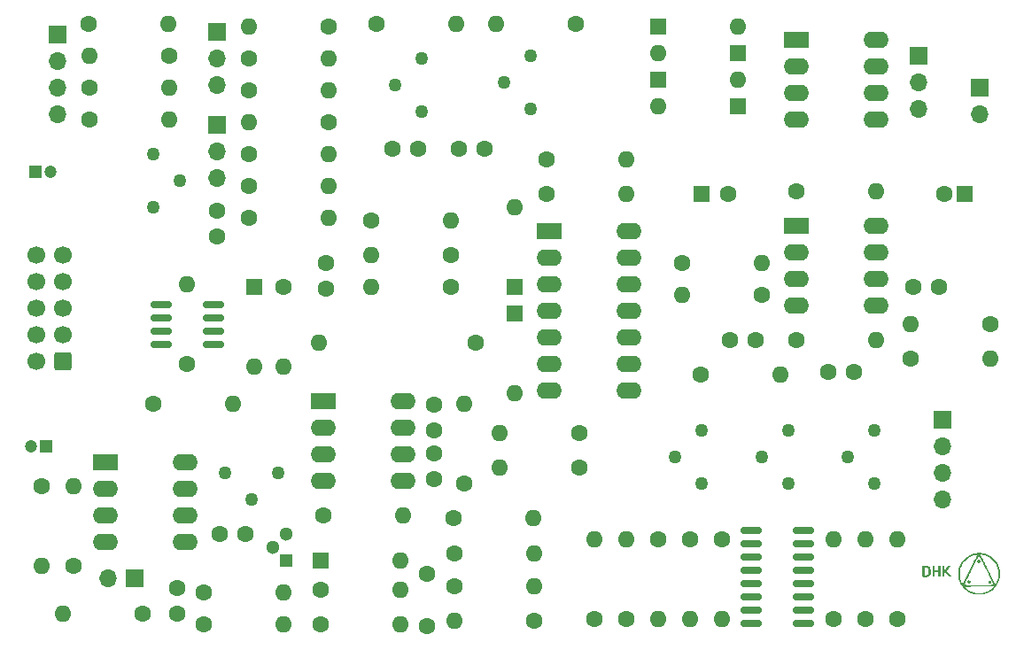
<source format=gts>
%TF.GenerationSoftware,KiCad,Pcbnew,6.0.8-f2edbf62ab~116~ubuntu22.04.1*%
%TF.CreationDate,2024-02-19T11:51:22-05:00*%
%TF.ProjectId,MFOS_VCO,4d464f53-5f56-4434-9f2e-6b696361645f,rev?*%
%TF.SameCoordinates,Original*%
%TF.FileFunction,Soldermask,Top*%
%TF.FilePolarity,Negative*%
%FSLAX46Y46*%
G04 Gerber Fmt 4.6, Leading zero omitted, Abs format (unit mm)*
G04 Created by KiCad (PCBNEW 6.0.8-f2edbf62ab~116~ubuntu22.04.1) date 2024-02-19 11:51:22*
%MOMM*%
%LPD*%
G01*
G04 APERTURE LIST*
G04 Aperture macros list*
%AMRoundRect*
0 Rectangle with rounded corners*
0 $1 Rounding radius*
0 $2 $3 $4 $5 $6 $7 $8 $9 X,Y pos of 4 corners*
0 Add a 4 corners polygon primitive as box body*
4,1,4,$2,$3,$4,$5,$6,$7,$8,$9,$2,$3,0*
0 Add four circle primitives for the rounded corners*
1,1,$1+$1,$2,$3*
1,1,$1+$1,$4,$5*
1,1,$1+$1,$6,$7*
1,1,$1+$1,$8,$9*
0 Add four rect primitives between the rounded corners*
20,1,$1+$1,$2,$3,$4,$5,0*
20,1,$1+$1,$4,$5,$6,$7,0*
20,1,$1+$1,$6,$7,$8,$9,0*
20,1,$1+$1,$8,$9,$2,$3,0*%
G04 Aperture macros list end*
%ADD10C,1.600000*%
%ADD11R,1.700000X1.700000*%
%ADD12O,1.700000X1.700000*%
%ADD13O,1.600000X1.600000*%
%ADD14R,2.400000X1.600000*%
%ADD15O,2.400000X1.600000*%
%ADD16R,1.600000X1.600000*%
%ADD17C,1.260000*%
%ADD18R,1.300000X1.300000*%
%ADD19C,1.300000*%
%ADD20R,1.200000X1.200000*%
%ADD21C,1.200000*%
%ADD22RoundRect,0.250000X0.600000X0.600000X-0.600000X0.600000X-0.600000X-0.600000X0.600000X-0.600000X0*%
%ADD23C,1.700000*%
%ADD24RoundRect,0.150000X-0.825000X-0.150000X0.825000X-0.150000X0.825000X0.150000X-0.825000X0.150000X0*%
G04 APERTURE END LIST*
%TO.C,kibuzzard-65B09543*%
G36*
X191230250Y-119586375D02*
G01*
X191584263Y-119091075D01*
X191817625Y-119091075D01*
X191430275Y-119618125D01*
X191430275Y-119622888D01*
X191877950Y-120170575D01*
X191625537Y-120170575D01*
X191230250Y-119656225D01*
X191230250Y-120170575D01*
X191028638Y-120170575D01*
X191028638Y-119091075D01*
X191230250Y-119091075D01*
X191230250Y-119586375D01*
G37*
G36*
X189403037Y-120183275D02*
G01*
X189319606Y-120181864D01*
X189225943Y-120177631D01*
X189122050Y-120170575D01*
X189122050Y-120003888D01*
X189325250Y-120003888D01*
X189450662Y-120008650D01*
X189546309Y-119995156D01*
X189617350Y-119967375D01*
X189667555Y-119921536D01*
X189700694Y-119853869D01*
X189719148Y-119759611D01*
X189725300Y-119634000D01*
X189719347Y-119515136D01*
X189701487Y-119425244D01*
X189669539Y-119359759D01*
X189621319Y-119314119D01*
X189553255Y-119284552D01*
X189461775Y-119267287D01*
X189387162Y-119261334D01*
X189325250Y-119259350D01*
X189325250Y-120003888D01*
X189122050Y-120003888D01*
X189122050Y-119091075D01*
X189218887Y-119086312D01*
X189306200Y-119084725D01*
X189391925Y-119086709D01*
X189468125Y-119092663D01*
X189579691Y-119108537D01*
X189673089Y-119132879D01*
X189748319Y-119165687D01*
X189833052Y-119235339D01*
X189888812Y-119333169D01*
X189911743Y-119417571D01*
X189925501Y-119521552D01*
X189930088Y-119645113D01*
X189924796Y-119774317D01*
X189908921Y-119882532D01*
X189882462Y-119969756D01*
X189818566Y-120068380D01*
X189722125Y-120134063D01*
X189636576Y-120161403D01*
X189530214Y-120177807D01*
X189450662Y-120181227D01*
X189403037Y-120183275D01*
G37*
G36*
X190282512Y-119519700D02*
G01*
X190647637Y-119519700D01*
X190647637Y-119091075D01*
X190850838Y-119091075D01*
X190850838Y-120170575D01*
X190647637Y-120170575D01*
X190647637Y-119699088D01*
X190282512Y-119699088D01*
X190282512Y-120170575D01*
X190079312Y-120170575D01*
X190079312Y-119091075D01*
X190282512Y-119091075D01*
X190282512Y-119519700D01*
G37*
%TO.C,G\u002A\u002A\u002A*%
G36*
X193610129Y-120499526D02*
G01*
X193658144Y-120520059D01*
X193696801Y-120555662D01*
X193711898Y-120579074D01*
X193719727Y-120603595D01*
X193722423Y-120637133D01*
X193722551Y-120650939D01*
X193721779Y-120685485D01*
X193717305Y-120708362D01*
X193705893Y-120727465D01*
X193684307Y-120750688D01*
X193679809Y-120755196D01*
X193655993Y-120778067D01*
X193637391Y-120790855D01*
X193616611Y-120796490D01*
X193586260Y-120797900D01*
X193571925Y-120797938D01*
X193536492Y-120797330D01*
X193513187Y-120793513D01*
X193494568Y-120783497D01*
X193473196Y-120764291D01*
X193463010Y-120754166D01*
X193439036Y-120729108D01*
X193425939Y-120709737D01*
X193420437Y-120688233D01*
X193419248Y-120656778D01*
X193419239Y-120649909D01*
X193420839Y-120611973D01*
X193427108Y-120585385D01*
X193440250Y-120562080D01*
X193444989Y-120555662D01*
X193469575Y-120530455D01*
X193497709Y-120510941D01*
X193503380Y-120508264D01*
X193557121Y-120495246D01*
X193610129Y-120499526D01*
G37*
G36*
X192934782Y-121069241D02*
G01*
X192915623Y-121042940D01*
X192893638Y-121011540D01*
X192871391Y-120978947D01*
X196012074Y-120978947D01*
X196016966Y-120983839D01*
X196021858Y-120978947D01*
X196016966Y-120974055D01*
X196012074Y-120978947D01*
X192871391Y-120978947D01*
X192866289Y-120971472D01*
X192838030Y-120929543D01*
X193113812Y-120929543D01*
X193124088Y-120930255D01*
X193152557Y-120930915D01*
X193197891Y-120931523D01*
X193258765Y-120932078D01*
X193333851Y-120932582D01*
X193421824Y-120933034D01*
X193521358Y-120933435D01*
X193631125Y-120933784D01*
X193749799Y-120934082D01*
X193876055Y-120934330D01*
X194008565Y-120934526D01*
X194146003Y-120934671D01*
X194287044Y-120934766D01*
X194430360Y-120934810D01*
X194574625Y-120934805D01*
X194718513Y-120934749D01*
X194860698Y-120934643D01*
X194999852Y-120934487D01*
X195134651Y-120934282D01*
X195263766Y-120934028D01*
X195385873Y-120933724D01*
X195499644Y-120933371D01*
X195603754Y-120932969D01*
X195696875Y-120932518D01*
X195777682Y-120932019D01*
X195844848Y-120931471D01*
X195897047Y-120930875D01*
X195932953Y-120930231D01*
X195951238Y-120929538D01*
X195953368Y-120929197D01*
X195949093Y-120919734D01*
X195936727Y-120894164D01*
X195916955Y-120853869D01*
X195890463Y-120800231D01*
X195857938Y-120734631D01*
X195820066Y-120658454D01*
X195777534Y-120573079D01*
X195731027Y-120479890D01*
X195681231Y-120380268D01*
X195631534Y-120280988D01*
X195558026Y-120134267D01*
X195483398Y-119985360D01*
X195408169Y-119835299D01*
X195332856Y-119685114D01*
X195257977Y-119535836D01*
X195184051Y-119388497D01*
X195111594Y-119244127D01*
X195041127Y-119103757D01*
X194973165Y-118968419D01*
X194908227Y-118839143D01*
X194846832Y-118716960D01*
X194789497Y-118602901D01*
X194736740Y-118497998D01*
X194689079Y-118403280D01*
X194647031Y-118319780D01*
X194611116Y-118248528D01*
X194581851Y-118190554D01*
X194559754Y-118146891D01*
X194545342Y-118118569D01*
X194539134Y-118106618D01*
X194538997Y-118106383D01*
X194533283Y-118112370D01*
X194519855Y-118134181D01*
X194499643Y-118170084D01*
X194473576Y-118218350D01*
X194442583Y-118277245D01*
X194407595Y-118345039D01*
X194369542Y-118420000D01*
X194353951Y-118451042D01*
X194263891Y-118630842D01*
X194176274Y-118805663D01*
X194091501Y-118974709D01*
X194009975Y-119137182D01*
X193932096Y-119292286D01*
X193858266Y-119439224D01*
X193788885Y-119577198D01*
X193724357Y-119705413D01*
X193665081Y-119823071D01*
X193611460Y-119929375D01*
X193563895Y-120023529D01*
X193522786Y-120104736D01*
X193488536Y-120172199D01*
X193461546Y-120225120D01*
X193442217Y-120262704D01*
X193430951Y-120284153D01*
X193428061Y-120289155D01*
X193421495Y-120299606D01*
X193407811Y-120324994D01*
X193388179Y-120362934D01*
X193363771Y-120411039D01*
X193335758Y-120466922D01*
X193305311Y-120528195D01*
X193273601Y-120592473D01*
X193241800Y-120657368D01*
X193211079Y-120720494D01*
X193182609Y-120779464D01*
X193157561Y-120831890D01*
X193137107Y-120875386D01*
X193122418Y-120907566D01*
X193114665Y-120926042D01*
X193113812Y-120929543D01*
X192838030Y-120929543D01*
X192831038Y-120919168D01*
X192825188Y-120910457D01*
X192798294Y-120866301D01*
X192767163Y-120808615D01*
X192734103Y-120742311D01*
X192701425Y-120672300D01*
X192671437Y-120603493D01*
X192646448Y-120540802D01*
X192631980Y-120499517D01*
X192595747Y-120374581D01*
X192569180Y-120254222D01*
X192551403Y-120132552D01*
X192541541Y-120003684D01*
X192538705Y-119872471D01*
X192538953Y-119865665D01*
X192695202Y-119865665D01*
X192695793Y-119950403D01*
X192697991Y-120022902D01*
X192702427Y-120087749D01*
X192709734Y-120149529D01*
X192720545Y-120212831D01*
X192735492Y-120282240D01*
X192755210Y-120362344D01*
X192773196Y-120431027D01*
X192792274Y-120491787D01*
X192803278Y-120519086D01*
X192811394Y-120538295D01*
X192823959Y-120568488D01*
X192835875Y-120597360D01*
X192852981Y-120635728D01*
X192875320Y-120681551D01*
X192898272Y-120725376D01*
X192899911Y-120728357D01*
X192918165Y-120762371D01*
X192932030Y-120789997D01*
X192939260Y-120806691D01*
X192939809Y-120809077D01*
X192946270Y-120817433D01*
X192947254Y-120817507D01*
X192952743Y-120808988D01*
X192966327Y-120784323D01*
X192987317Y-120744853D01*
X193015020Y-120691915D01*
X193048746Y-120626850D01*
X193087802Y-120550996D01*
X193131498Y-120465693D01*
X193179143Y-120372279D01*
X193230045Y-120272094D01*
X193283513Y-120166478D01*
X193291974Y-120149729D01*
X193384071Y-119967342D01*
X193475420Y-119786349D01*
X193565429Y-119607929D01*
X193653506Y-119433260D01*
X193739057Y-119263519D01*
X193821490Y-119099884D01*
X193900212Y-118943533D01*
X193974631Y-118795643D01*
X194044154Y-118657393D01*
X194108188Y-118529959D01*
X194166140Y-118414521D01*
X194217417Y-118312255D01*
X194261428Y-118224339D01*
X194297578Y-118151951D01*
X194316363Y-118114223D01*
X194359103Y-118028236D01*
X194307449Y-118034359D01*
X194242081Y-118043917D01*
X194169215Y-118057562D01*
X194094290Y-118074017D01*
X194022741Y-118092010D01*
X193960007Y-118110265D01*
X193913345Y-118126762D01*
X193893981Y-118134361D01*
X193863545Y-118146036D01*
X193835071Y-118156827D01*
X193802986Y-118169377D01*
X193777974Y-118179999D01*
X193766581Y-118185740D01*
X193753778Y-118193104D01*
X193728292Y-118206747D01*
X193694904Y-118224121D01*
X193683414Y-118230011D01*
X193585232Y-118285609D01*
X193484006Y-118352846D01*
X193383700Y-118428470D01*
X193288278Y-118509228D01*
X193201705Y-118591870D01*
X193127944Y-118673143D01*
X193099543Y-118708994D01*
X193078959Y-118736334D01*
X193062658Y-118757931D01*
X193055243Y-118767699D01*
X193044601Y-118781545D01*
X193028167Y-118802914D01*
X193025149Y-118806836D01*
X192997583Y-118844838D01*
X192969987Y-118887757D01*
X192940547Y-118938758D01*
X192907448Y-119001005D01*
X192868878Y-119077664D01*
X192862519Y-119090581D01*
X192809596Y-119211521D01*
X192765653Y-119338835D01*
X192733273Y-119464661D01*
X192724391Y-119511305D01*
X192716939Y-119554491D01*
X192709277Y-119597754D01*
X192703984Y-119626752D01*
X192701218Y-119651350D01*
X192698810Y-119691512D01*
X192696906Y-119743238D01*
X192695655Y-119802524D01*
X192695202Y-119865367D01*
X192695202Y-119865665D01*
X192538953Y-119865665D01*
X192545612Y-119682911D01*
X192566932Y-119504006D01*
X192603410Y-119333623D01*
X192655792Y-119169631D01*
X192724823Y-119009898D01*
X192811247Y-118852294D01*
X192915809Y-118694687D01*
X192980653Y-118608088D01*
X193004865Y-118579387D01*
X193039202Y-118541891D01*
X193080319Y-118498937D01*
X193124869Y-118453862D01*
X193169507Y-118410004D01*
X193210886Y-118370702D01*
X193245662Y-118339292D01*
X193269870Y-118319560D01*
X193291275Y-118303824D01*
X193322706Y-118280494D01*
X193358550Y-118253741D01*
X193371587Y-118243975D01*
X193481245Y-118168987D01*
X193601862Y-118100872D01*
X193666383Y-118069125D01*
X193766874Y-118023915D01*
X194663652Y-118023915D01*
X194667516Y-118032921D01*
X194679649Y-118058302D01*
X194699505Y-118098966D01*
X194726540Y-118153816D01*
X194760208Y-118221759D01*
X194799962Y-118301699D01*
X194845259Y-118392542D01*
X194895552Y-118493193D01*
X194950295Y-118602558D01*
X195008944Y-118719542D01*
X195070953Y-118843051D01*
X195135777Y-118971989D01*
X195166729Y-119033495D01*
X195237863Y-119174835D01*
X195309947Y-119318121D01*
X195382084Y-119461568D01*
X195453378Y-119603389D01*
X195522931Y-119741800D01*
X195589846Y-119875015D01*
X195653228Y-120001249D01*
X195712180Y-120118715D01*
X195765804Y-120225629D01*
X195813204Y-120320205D01*
X195853483Y-120400658D01*
X195882259Y-120458220D01*
X195924238Y-120541825D01*
X195963752Y-120619649D01*
X195999921Y-120690019D01*
X196031863Y-120751264D01*
X196058698Y-120801709D01*
X196079547Y-120839684D01*
X196093529Y-120863516D01*
X196099763Y-120871533D01*
X196099832Y-120871506D01*
X196107889Y-120861207D01*
X196122898Y-120837567D01*
X196142482Y-120804447D01*
X196158065Y-120776927D01*
X196178574Y-120739775D01*
X196194966Y-120709519D01*
X196205250Y-120689864D01*
X196207759Y-120684321D01*
X196211542Y-120674494D01*
X196221538Y-120651560D01*
X196235716Y-120620158D01*
X196238205Y-120614728D01*
X196298635Y-120464686D01*
X196341889Y-120314000D01*
X196355207Y-120250018D01*
X196382900Y-120055479D01*
X196392251Y-119866304D01*
X196383146Y-119680742D01*
X196355473Y-119497043D01*
X196309120Y-119313455D01*
X196291146Y-119256913D01*
X196281386Y-119231832D01*
X196264660Y-119193314D01*
X196242803Y-119145402D01*
X196217650Y-119092138D01*
X196197890Y-119051443D01*
X196108855Y-118888822D01*
X196008834Y-118741535D01*
X195896447Y-118607863D01*
X195770311Y-118486090D01*
X195689030Y-118419245D01*
X195639261Y-118380771D01*
X195600689Y-118351614D01*
X195569127Y-118329001D01*
X195540388Y-118310155D01*
X195510283Y-118292302D01*
X195474625Y-118272669D01*
X195439636Y-118254000D01*
X195399577Y-118232553D01*
X195365609Y-118214013D01*
X195341659Y-118200548D01*
X195332066Y-118194676D01*
X195307643Y-118180818D01*
X195267811Y-118163600D01*
X195216194Y-118144209D01*
X195156417Y-118123834D01*
X195092103Y-118103662D01*
X195026876Y-118084882D01*
X194964361Y-118068680D01*
X194912147Y-118057032D01*
X194878207Y-118050848D01*
X194836656Y-118044179D01*
X194791783Y-118037596D01*
X194747877Y-118031671D01*
X194709229Y-118026975D01*
X194680127Y-118024081D01*
X194664861Y-118023560D01*
X194663652Y-118023915D01*
X193766874Y-118023915D01*
X193767090Y-118023818D01*
X193861465Y-117986453D01*
X193955134Y-117955263D01*
X194053724Y-117928484D01*
X194162858Y-117904351D01*
X194236226Y-117890318D01*
X194274114Y-117885603D01*
X194327623Y-117881960D01*
X194392835Y-117879387D01*
X194465830Y-117877884D01*
X194542692Y-117877451D01*
X194619500Y-117878086D01*
X194692338Y-117879790D01*
X194757287Y-117882561D01*
X194810427Y-117886399D01*
X194842852Y-117890410D01*
X194906852Y-117902248D01*
X194976047Y-117916984D01*
X195046017Y-117933498D01*
X195112339Y-117950670D01*
X195170591Y-117967379D01*
X195216352Y-117982504D01*
X195234223Y-117989581D01*
X195255054Y-117998362D01*
X195284729Y-118010542D01*
X195297821Y-118015839D01*
X195323924Y-118027180D01*
X195362302Y-118044894D01*
X195407757Y-118066540D01*
X195454370Y-118089322D01*
X195618788Y-118181556D01*
X195774147Y-118290283D01*
X195918959Y-118413949D01*
X196051736Y-118551003D01*
X196170991Y-118699893D01*
X196275236Y-118859067D01*
X196362982Y-119026973D01*
X196371850Y-119046551D01*
X196406392Y-119126845D01*
X196435425Y-119200096D01*
X196457492Y-119262501D01*
X196467572Y-119296051D01*
X196477844Y-119334165D01*
X196487542Y-119370227D01*
X196492576Y-119389001D01*
X196508175Y-119458004D01*
X196522283Y-119540617D01*
X196534191Y-119630897D01*
X196543188Y-119722901D01*
X196548567Y-119810685D01*
X196549800Y-119868431D01*
X196547111Y-119956892D01*
X196539527Y-120053506D01*
X196527774Y-120153401D01*
X196512575Y-120251704D01*
X196494656Y-120343542D01*
X196474741Y-120424041D01*
X196460307Y-120470165D01*
X196385450Y-120659492D01*
X196298223Y-120835158D01*
X196197431Y-120999566D01*
X196194825Y-121003408D01*
X196178135Y-121027956D01*
X196158391Y-121056988D01*
X196154905Y-121062114D01*
X196111276Y-121119749D01*
X196054668Y-121184653D01*
X195988559Y-121253512D01*
X195916431Y-121323011D01*
X195841762Y-121389836D01*
X195768034Y-121450674D01*
X195698725Y-121502209D01*
X195678294Y-121516032D01*
X195642518Y-121539735D01*
X195612514Y-121559919D01*
X195592318Y-121573852D01*
X195586457Y-121578184D01*
X195571000Y-121588007D01*
X195541986Y-121603933D01*
X195503623Y-121623867D01*
X195460123Y-121645710D01*
X195415693Y-121667367D01*
X195374546Y-121686741D01*
X195340889Y-121701735D01*
X195327128Y-121707343D01*
X195290417Y-121721532D01*
X195261714Y-121732968D01*
X195231810Y-121745388D01*
X195199978Y-121758906D01*
X195175058Y-121767579D01*
X195135372Y-121779157D01*
X195085310Y-121792544D01*
X195029261Y-121806645D01*
X194971615Y-121820363D01*
X194916762Y-121832604D01*
X194869091Y-121842271D01*
X194857528Y-121844385D01*
X194828587Y-121847842D01*
X194784025Y-121851122D01*
X194727791Y-121854114D01*
X194663831Y-121856707D01*
X194596095Y-121858790D01*
X194528530Y-121860251D01*
X194465084Y-121860979D01*
X194409704Y-121860862D01*
X194366340Y-121859790D01*
X194348745Y-121858728D01*
X194302854Y-121853806D01*
X194247864Y-121846306D01*
X194192158Y-121837501D01*
X194144121Y-121828662D01*
X194128599Y-121825326D01*
X194061544Y-121809673D01*
X194008369Y-121796404D01*
X193963780Y-121783997D01*
X193922482Y-121770927D01*
X193879182Y-121755672D01*
X193853724Y-121746221D01*
X193776990Y-121715804D01*
X193700029Y-121682409D01*
X193627216Y-121648122D01*
X193562926Y-121615030D01*
X193511534Y-121585221D01*
X193498976Y-121577020D01*
X193471400Y-121558794D01*
X193450734Y-121545993D01*
X193441869Y-121541544D01*
X193430845Y-121535963D01*
X193407975Y-121520926D01*
X193376858Y-121498992D01*
X193341097Y-121472718D01*
X193304290Y-121444662D01*
X193292289Y-121435260D01*
X193253238Y-121402347D01*
X193205609Y-121359023D01*
X193153297Y-121309146D01*
X193100194Y-121256570D01*
X193050193Y-121205150D01*
X193007188Y-121158742D01*
X192975071Y-121121201D01*
X192974767Y-121120819D01*
X192967309Y-121111351D01*
X193164847Y-121111351D01*
X193171845Y-121121843D01*
X193190960Y-121142388D01*
X193219375Y-121170395D01*
X193254273Y-121203272D01*
X193292836Y-121238430D01*
X193332246Y-121273276D01*
X193369687Y-121305220D01*
X193402340Y-121331670D01*
X193414346Y-121340812D01*
X193491753Y-121396803D01*
X193560364Y-121442945D01*
X193625866Y-121482548D01*
X193693949Y-121518923D01*
X193770299Y-121555378D01*
X193825286Y-121579911D01*
X193856817Y-121593743D01*
X193883574Y-121605541D01*
X193893776Y-121610075D01*
X193932031Y-121624604D01*
X193984971Y-121641104D01*
X194047971Y-121658373D01*
X194116406Y-121675211D01*
X194185649Y-121690418D01*
X194250903Y-121702764D01*
X194285880Y-121706932D01*
X194335438Y-121710409D01*
X194395689Y-121713148D01*
X194462745Y-121715107D01*
X194532720Y-121716240D01*
X194601727Y-121716503D01*
X194665878Y-121715852D01*
X194721287Y-121714243D01*
X194764066Y-121711630D01*
X194786111Y-121708878D01*
X194821198Y-121702478D01*
X194865111Y-121694689D01*
X194901557Y-121688364D01*
X194956886Y-121677223D01*
X195019235Y-121661968D01*
X195083653Y-121644077D01*
X195145192Y-121625024D01*
X195198903Y-121606285D01*
X195239837Y-121589335D01*
X195248900Y-121584812D01*
X195267915Y-121575142D01*
X195299546Y-121559496D01*
X195338759Y-121540350D01*
X195366311Y-121527018D01*
X195422389Y-121499646D01*
X195467561Y-121476431D01*
X195506486Y-121454494D01*
X195543821Y-121430955D01*
X195584224Y-121402935D01*
X195632352Y-121367556D01*
X195669624Y-121339520D01*
X195707344Y-121309613D01*
X195748189Y-121274878D01*
X195789713Y-121237685D01*
X195829470Y-121200403D01*
X195865014Y-121165404D01*
X195893898Y-121135058D01*
X195913676Y-121111734D01*
X195921903Y-121097803D01*
X195921499Y-121095473D01*
X195911028Y-121094617D01*
X195882400Y-121093931D01*
X195836960Y-121093407D01*
X195776056Y-121093038D01*
X195701032Y-121092815D01*
X195613236Y-121092731D01*
X195514014Y-121092779D01*
X195404711Y-121092950D01*
X195286674Y-121093237D01*
X195161249Y-121093631D01*
X195029782Y-121094126D01*
X194893620Y-121094713D01*
X194754108Y-121095385D01*
X194612592Y-121096134D01*
X194470420Y-121096952D01*
X194328936Y-121097832D01*
X194189488Y-121098765D01*
X194053421Y-121099744D01*
X193922081Y-121100762D01*
X193796815Y-121101809D01*
X193678969Y-121102880D01*
X193569889Y-121103965D01*
X193470921Y-121105057D01*
X193383411Y-121106149D01*
X193308706Y-121107233D01*
X193248151Y-121108300D01*
X193203094Y-121109344D01*
X193174879Y-121110356D01*
X193164853Y-121111328D01*
X193164847Y-121111351D01*
X192967309Y-121111351D01*
X192953650Y-121094011D01*
X192934782Y-121069241D01*
G37*
G36*
X194556807Y-118538326D02*
G01*
X194579907Y-118541977D01*
X194597941Y-118551694D01*
X194618160Y-118570447D01*
X194629275Y-118581970D01*
X194652287Y-118607088D01*
X194664963Y-118626686D01*
X194670379Y-118648569D01*
X194671612Y-118680541D01*
X194671627Y-118689425D01*
X194670889Y-118724565D01*
X194666625Y-118747947D01*
X194655758Y-118767377D01*
X194635212Y-118790661D01*
X194629275Y-118796880D01*
X194605905Y-118820409D01*
X194587823Y-118833630D01*
X194567779Y-118839513D01*
X194538521Y-118841031D01*
X194521390Y-118841081D01*
X194485855Y-118840488D01*
X194462498Y-118836734D01*
X194443926Y-118826859D01*
X194422750Y-118807905D01*
X194412086Y-118797310D01*
X194388520Y-118772796D01*
X194375423Y-118753854D01*
X194369723Y-118732909D01*
X194368344Y-118702385D01*
X194368314Y-118689425D01*
X194368961Y-118654260D01*
X194372952Y-118631087D01*
X194383360Y-118612329D01*
X194403259Y-118590412D01*
X194412086Y-118581540D01*
X194436313Y-118558202D01*
X194455028Y-118545108D01*
X194475620Y-118539298D01*
X194505481Y-118537814D01*
X194521390Y-118537769D01*
X194556807Y-118538326D01*
G37*
G36*
X195590238Y-120527783D02*
G01*
X195619795Y-120539004D01*
X195653073Y-120561491D01*
X195661546Y-120568193D01*
X195689266Y-120596942D01*
X195704115Y-120630943D01*
X195708750Y-120676453D01*
X195708761Y-120679423D01*
X195705070Y-120725290D01*
X195691744Y-120760049D01*
X195665404Y-120791132D01*
X195652988Y-120802096D01*
X195610436Y-120826066D01*
X195560627Y-120835865D01*
X195510554Y-120830732D01*
X195483917Y-120820495D01*
X195442163Y-120789004D01*
X195416112Y-120745929D01*
X195405676Y-120691108D01*
X195405448Y-120680527D01*
X195413714Y-120624392D01*
X195437290Y-120579004D01*
X195474344Y-120546244D01*
X195523043Y-120527996D01*
X195557104Y-120524795D01*
X195590238Y-120527783D01*
G37*
%TD*%
D10*
%TO.C,C15*%
X188234000Y-92456000D03*
X190734000Y-92456000D03*
%TD*%
D11*
%TO.C,J27*%
X188722000Y-70358000D03*
D12*
X188722000Y-72898000D03*
X188722000Y-75438000D03*
%TD*%
D10*
%TO.C,R71*%
X132334000Y-76708000D03*
D13*
X124714000Y-76708000D03*
%TD*%
D14*
%TO.C,U4*%
X153426000Y-87112000D03*
D15*
X153426000Y-89652000D03*
X153426000Y-92192000D03*
X153426000Y-94732000D03*
X153426000Y-97272000D03*
X153426000Y-99812000D03*
X153426000Y-102352000D03*
X161046000Y-102352000D03*
X161046000Y-99812000D03*
X161046000Y-97272000D03*
X161046000Y-94732000D03*
X161046000Y-92192000D03*
X161046000Y-89652000D03*
X161046000Y-87112000D03*
%TD*%
D10*
%TO.C,R32*%
X156337000Y-106426000D03*
D13*
X148717000Y-106426000D03*
%TD*%
D10*
%TO.C,R26*%
X156337000Y-109728000D03*
D13*
X148717000Y-109728000D03*
%TD*%
D10*
%TO.C,R31*%
X114554000Y-123698000D03*
D13*
X106934000Y-123698000D03*
%TD*%
D10*
%TO.C,R67*%
X173736000Y-93218000D03*
D13*
X166116000Y-93218000D03*
%TD*%
D10*
%TO.C,C19*%
X121666000Y-87630000D03*
X121666000Y-85130000D03*
%TD*%
%TO.C,R66*%
X120396000Y-124714000D03*
D13*
X128016000Y-124714000D03*
%TD*%
D10*
%TO.C,R25*%
X153162000Y-80259000D03*
D13*
X160782000Y-80259000D03*
%TD*%
D10*
%TO.C,R30*%
X107950000Y-119126000D03*
D13*
X107950000Y-111506000D03*
%TD*%
D10*
%TO.C,R61*%
X166878000Y-116586000D03*
D13*
X166878000Y-124206000D03*
%TD*%
D16*
%TO.C,D2*%
X150114000Y-92451000D03*
D13*
X150114000Y-84831000D03*
%TD*%
D17*
%TO.C,R60*%
X184550000Y-111250000D03*
X182010000Y-108710000D03*
X184550000Y-106170000D03*
%TD*%
D16*
%TO.C,C12*%
X193168651Y-83566000D03*
D10*
X191168651Y-83566000D03*
%TD*%
%TO.C,R69*%
X145350000Y-111252000D03*
D13*
X145350000Y-103632000D03*
%TD*%
D14*
%TO.C,U2*%
X131816000Y-103388000D03*
D15*
X131816000Y-105928000D03*
X131816000Y-108468000D03*
X131816000Y-111008000D03*
X139436000Y-111008000D03*
X139436000Y-108468000D03*
X139436000Y-105928000D03*
X139436000Y-103388000D03*
%TD*%
D11*
%TO.C,J13*%
X113850000Y-120275000D03*
D12*
X111310000Y-120275000D03*
%TD*%
D16*
%TO.C,D4*%
X171450000Y-75184000D03*
D13*
X163830000Y-75184000D03*
%TD*%
D10*
%TO.C,C2*%
X144807500Y-79248000D03*
X147307500Y-79248000D03*
%TD*%
%TO.C,R21*%
X144375000Y-117950000D03*
D13*
X151995000Y-117950000D03*
%TD*%
D16*
%TO.C,D1*%
X125222000Y-92456000D03*
D13*
X125222000Y-100076000D03*
%TD*%
D10*
%TO.C,R40*%
X166116000Y-90170000D03*
D13*
X173736000Y-90170000D03*
%TD*%
D10*
%TO.C,C14*%
X141800000Y-119875000D03*
X141800000Y-124875000D03*
%TD*%
D16*
%TO.C,D6*%
X171450000Y-70104000D03*
D13*
X163830000Y-70104000D03*
%TD*%
D10*
%TO.C,C1*%
X138437500Y-79248000D03*
X140937500Y-79248000D03*
%TD*%
D14*
%TO.C,U7*%
X177048000Y-86624000D03*
D15*
X177048000Y-89164000D03*
X177048000Y-91704000D03*
X177048000Y-94244000D03*
X184668000Y-94244000D03*
X184668000Y-91704000D03*
X184668000Y-89164000D03*
X184668000Y-86624000D03*
%TD*%
D10*
%TO.C,R35*%
X177038000Y-83312000D03*
D13*
X184658000Y-83312000D03*
%TD*%
D10*
%TO.C,R8*%
X124714000Y-70612000D03*
D13*
X132334000Y-70612000D03*
%TD*%
D14*
%TO.C,U6*%
X177048000Y-68844000D03*
D15*
X177048000Y-71384000D03*
X177048000Y-73924000D03*
X177048000Y-76464000D03*
X184668000Y-76464000D03*
X184668000Y-73924000D03*
X184668000Y-71384000D03*
X184668000Y-68844000D03*
%TD*%
D10*
%TO.C,R36*%
X187960000Y-99314000D03*
D13*
X195580000Y-99314000D03*
%TD*%
D17*
%TO.C,R5*%
X141224000Y-75692000D03*
X138684000Y-73152000D03*
X141224000Y-70612000D03*
%TD*%
D10*
%TO.C,C5*%
X117856000Y-123698000D03*
X117856000Y-121198000D03*
%TD*%
D11*
%TO.C,J26*%
X121666000Y-76962000D03*
D12*
X121666000Y-79502000D03*
X121666000Y-82042000D03*
%TD*%
D10*
%TO.C,R47*%
X144018000Y-89408000D03*
D13*
X136398000Y-89408000D03*
%TD*%
D18*
%TO.C,Q1*%
X128270000Y-118618000D03*
D19*
X127000000Y-117348000D03*
X128270000Y-116078000D03*
%TD*%
D10*
%TO.C,R28*%
X104902000Y-111506000D03*
D13*
X104902000Y-119126000D03*
%TD*%
D10*
%TO.C,R42*%
X131826000Y-114300000D03*
D13*
X139446000Y-114300000D03*
%TD*%
D11*
%TO.C,J15*%
X191008000Y-105156000D03*
D12*
X191008000Y-107696000D03*
X191008000Y-110236000D03*
X191008000Y-112776000D03*
%TD*%
D10*
%TO.C,R23*%
X109474000Y-73406000D03*
D13*
X117094000Y-73406000D03*
%TD*%
D10*
%TO.C,R51*%
X169926000Y-116586000D03*
D13*
X169926000Y-124206000D03*
%TD*%
D11*
%TO.C,J12*%
X106426000Y-68326000D03*
D12*
X106426000Y-70866000D03*
X106426000Y-73406000D03*
X106426000Y-75946000D03*
%TD*%
D17*
%TO.C,R59*%
X168025000Y-111237000D03*
X165485000Y-108697000D03*
X168025000Y-106157000D03*
%TD*%
D10*
%TO.C,R68*%
X177038000Y-97536000D03*
D13*
X184658000Y-97536000D03*
%TD*%
D10*
%TO.C,C16*%
X173188000Y-97536000D03*
X170688000Y-97536000D03*
%TD*%
%TO.C,R18*%
X117094000Y-70358000D03*
D13*
X109474000Y-70358000D03*
%TD*%
D10*
%TO.C,C6*%
X146438000Y-97790000D03*
D13*
X131438000Y-97790000D03*
%TD*%
D17*
%TO.C,R11*%
X127508000Y-110236000D03*
X124968000Y-112776000D03*
X122428000Y-110236000D03*
%TD*%
D10*
%TO.C,R17*%
X115570000Y-103632000D03*
D13*
X123190000Y-103632000D03*
%TD*%
D10*
%TO.C,R12*%
X136398000Y-86106000D03*
D13*
X144018000Y-86106000D03*
%TD*%
D10*
%TO.C,C4*%
X180106000Y-100584000D03*
X182606000Y-100584000D03*
%TD*%
D16*
%TO.C,D3*%
X150114000Y-94991000D03*
D13*
X150114000Y-102611000D03*
%TD*%
D20*
%TO.C,C7*%
X104302401Y-81425000D03*
D21*
X105802401Y-81425000D03*
%TD*%
D10*
%TO.C,R53*%
X180594000Y-124206000D03*
D13*
X180594000Y-116586000D03*
%TD*%
D10*
%TO.C,R15*%
X109455000Y-67275000D03*
D13*
X117075000Y-67275000D03*
%TD*%
D10*
%TO.C,R46*%
X144018000Y-92456000D03*
D13*
X136398000Y-92456000D03*
%TD*%
D10*
%TO.C,R41*%
X195580000Y-96012000D03*
D13*
X187960000Y-96012000D03*
%TD*%
D10*
%TO.C,R34*%
X120396000Y-121666000D03*
D13*
X128016000Y-121666000D03*
%TD*%
D22*
%TO.C,J1*%
X107000000Y-99540000D03*
D23*
X104460000Y-99540000D03*
X107000000Y-97000000D03*
X104460000Y-97000000D03*
X107000000Y-94460000D03*
X104460000Y-94460000D03*
X107000000Y-91920000D03*
X104460000Y-91920000D03*
X107000000Y-89380000D03*
X104460000Y-89380000D03*
%TD*%
D10*
%TO.C,R24*%
X118857000Y-99822000D03*
D13*
X118857000Y-92202000D03*
%TD*%
D10*
%TO.C,R14*%
X144400000Y-121025000D03*
D13*
X152020000Y-121025000D03*
%TD*%
D16*
%TO.C,C13*%
X168019349Y-83566000D03*
D10*
X170519349Y-83566000D03*
%TD*%
%TO.C,R9*%
X128016000Y-92456000D03*
D13*
X128016000Y-100076000D03*
%TD*%
D10*
%TO.C,R20*%
X153162000Y-83561000D03*
D13*
X160782000Y-83561000D03*
%TD*%
D24*
%TO.C,U3*%
X116382000Y-94107000D03*
X116382000Y-95377000D03*
X116382000Y-96647000D03*
X116382000Y-97917000D03*
X121332000Y-97917000D03*
X121332000Y-96647000D03*
X121332000Y-95377000D03*
X121332000Y-94107000D03*
%TD*%
D10*
%TO.C,R6*%
X136906000Y-67325000D03*
D13*
X144526000Y-67325000D03*
%TD*%
D10*
%TO.C,R50*%
X131582000Y-121422000D03*
D13*
X139202000Y-121422000D03*
%TD*%
D10*
%TO.C,R1*%
X155956000Y-67325000D03*
D13*
X148336000Y-67325000D03*
%TD*%
D10*
%TO.C,R19*%
X124714000Y-85852000D03*
D13*
X132334000Y-85852000D03*
%TD*%
D10*
%TO.C,R13*%
X144272000Y-114554000D03*
D13*
X151892000Y-114554000D03*
%TD*%
D17*
%TO.C,R16*%
X115570000Y-79756000D03*
X118110000Y-82296000D03*
X115570000Y-84836000D03*
%TD*%
D11*
%TO.C,J14*%
X194564000Y-73401000D03*
D12*
X194564000Y-75941000D03*
%TD*%
D24*
%TO.C,U5*%
X172785000Y-115697000D03*
X172785000Y-116967000D03*
X172785000Y-118237000D03*
X172785000Y-119507000D03*
X172785000Y-120777000D03*
X172785000Y-122047000D03*
X172785000Y-123317000D03*
X172785000Y-124587000D03*
X177735000Y-124587000D03*
X177735000Y-123317000D03*
X177735000Y-122047000D03*
X177735000Y-120777000D03*
X177735000Y-119507000D03*
X177735000Y-118237000D03*
X177735000Y-116967000D03*
X177735000Y-115697000D03*
%TD*%
D10*
%TO.C,C17*%
X142450000Y-110850000D03*
X142450000Y-108350000D03*
%TD*%
%TO.C,C3*%
X121920000Y-116078000D03*
X124420000Y-116078000D03*
%TD*%
D16*
%TO.C,D8*%
X131582000Y-118628000D03*
D13*
X139202000Y-118628000D03*
%TD*%
D16*
%TO.C,D5*%
X163830000Y-67570000D03*
D13*
X171450000Y-67570000D03*
%TD*%
D10*
%TO.C,R29*%
X167894000Y-100838000D03*
D13*
X175514000Y-100838000D03*
%TD*%
D17*
%TO.C,R7*%
X151638000Y-75438000D03*
X149098000Y-72898000D03*
X151638000Y-70358000D03*
%TD*%
D10*
%TO.C,C8*%
X132080000Y-90150000D03*
X132080000Y-92650000D03*
%TD*%
%TO.C,R48*%
X163830000Y-116586000D03*
D13*
X163830000Y-124206000D03*
%TD*%
D10*
%TO.C,R65*%
X124714000Y-82804000D03*
D13*
X132334000Y-82804000D03*
%TD*%
D17*
%TO.C,R64*%
X176276000Y-111252000D03*
X173736000Y-108712000D03*
X176276000Y-106172000D03*
%TD*%
D10*
%TO.C,R22*%
X152010000Y-124350000D03*
D13*
X144390000Y-124350000D03*
%TD*%
D10*
%TO.C,R44*%
X160782000Y-124206000D03*
D13*
X160782000Y-116586000D03*
%TD*%
D10*
%TO.C,R10*%
X124714000Y-79756000D03*
D13*
X132334000Y-79756000D03*
%TD*%
D14*
%TO.C,U1*%
X111008000Y-109230000D03*
D15*
X111008000Y-111770000D03*
X111008000Y-114310000D03*
X111008000Y-116850000D03*
X118628000Y-116850000D03*
X118628000Y-114310000D03*
X118628000Y-111770000D03*
X118628000Y-109230000D03*
%TD*%
D10*
%TO.C,R57*%
X124714000Y-73660000D03*
D13*
X132334000Y-73660000D03*
%TD*%
D16*
%TO.C,D7*%
X163830000Y-72644000D03*
D13*
X171450000Y-72644000D03*
%TD*%
D10*
%TO.C,R45*%
X157734000Y-124206000D03*
D13*
X157734000Y-116586000D03*
%TD*%
D20*
%TO.C,C10*%
X105386000Y-107696000D03*
D21*
X103886000Y-107696000D03*
%TD*%
D10*
%TO.C,C18*%
X142450000Y-106175000D03*
X142450000Y-103675000D03*
%TD*%
%TO.C,R27*%
X109474000Y-76454000D03*
D13*
X117094000Y-76454000D03*
%TD*%
D10*
%TO.C,R52*%
X183642000Y-124206000D03*
D13*
X183642000Y-116586000D03*
%TD*%
D11*
%TO.C,J24*%
X121666000Y-68087000D03*
D12*
X121666000Y-70627000D03*
X121666000Y-73167000D03*
%TD*%
D10*
%TO.C,R49*%
X186690000Y-124206000D03*
D13*
X186690000Y-116586000D03*
%TD*%
D10*
%TO.C,R70*%
X131582000Y-124724000D03*
D13*
X139202000Y-124724000D03*
%TD*%
D10*
%TO.C,R56*%
X132334000Y-67564000D03*
D13*
X124714000Y-67564000D03*
%TD*%
M02*

</source>
